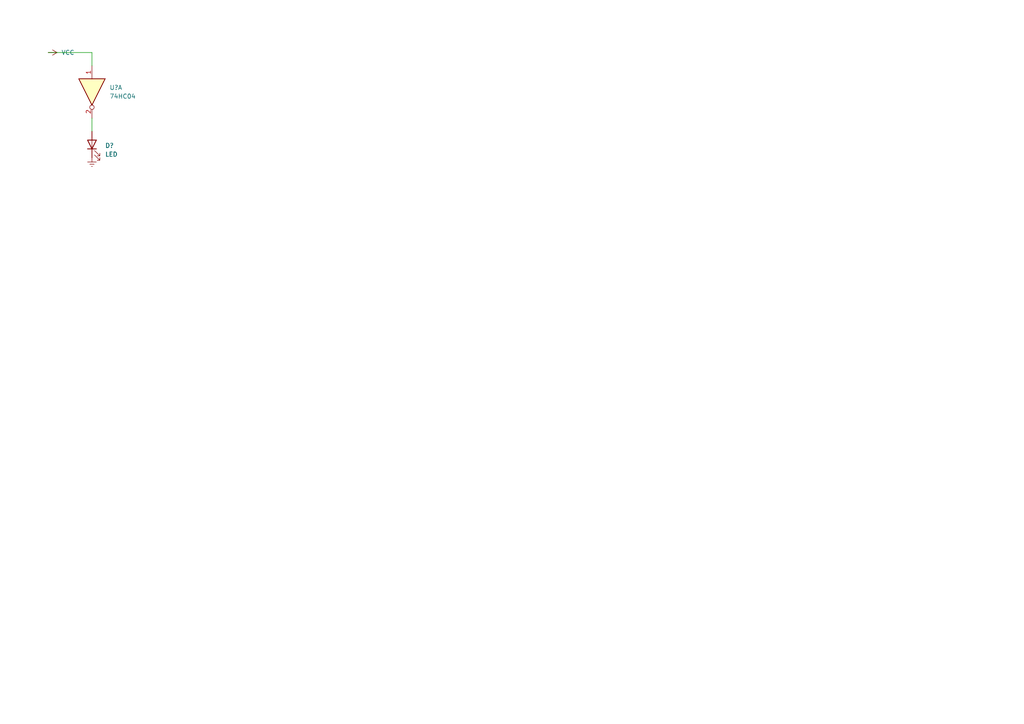
<source format=kicad_sch>
(kicad_sch (version 20211123) (generator eeschema)
  (paper "A4")
  (lib_symbols
    (symbol "74xx:74HC04"
      (property "Reference" "U" (at 0 1.27 0))
      (property "Value" "74HC04" (at 0 -1.27 0))
      (symbol "74HC04_1_0"
        (polyline (pts (xy -3.81 3.81) (xy -3.81 -3.81) (xy 3.81 0) (xy -3.81 3.81)) (stroke (width 0.254)) (fill (type background)))
        (pin input line (at -7.62 0 0) (length 3.81) (name "~") (number "1"))
        (pin output inverted (at 7.62 0 180) (length 3.81) (name "~") (number "2"))
      )
      (symbol "74HC04_2_0"
        (polyline (pts (xy -3.81 3.81) (xy -3.81 -3.81) (xy 3.81 0) (xy -3.81 3.81)) (stroke (width 0.254)) (fill (type background)))
        (pin input line (at -7.62 0 0) (length 3.81) (name "~") (number "3"))
        (pin output inverted (at 7.62 0 180) (length 3.81) (name "~") (number "4"))
      )
      (symbol "74HC04_3_0"
        (polyline (pts (xy -3.81 3.81) (xy -3.81 -3.81) (xy 3.81 0) (xy -3.81 3.81)) (stroke (width 0.254)) (fill (type background)))
        (pin input line (at -7.62 0 0) (length 3.81) (name "~") (number "5"))
        (pin output inverted (at 7.62 0 180) (length 3.81) (name "~") (number "6"))
      )
      (symbol "74HC04_4_0"
        (polyline (pts (xy -3.81 3.81) (xy -3.81 -3.81) (xy 3.81 0) (xy -3.81 3.81)) (stroke (width 0.254)) (fill (type background)))
        (pin output inverted (at 7.62 0 180) (length 3.81) (name "~") (number "8"))
        (pin input line (at -7.62 0 0) (length 3.81) (name "~") (number "9"))
      )
      (symbol "74HC04_5_0"
        (polyline (pts (xy -3.81 3.81) (xy -3.81 -3.81) (xy 3.81 0) (xy -3.81 3.81)) (stroke (width 0.254)) (fill (type background)))
        (pin output inverted (at 7.62 0 180) (length 3.81) (name "~") (number "10"))
        (pin input line (at -7.62 0 0) (length 3.81) (name "~") (number "11"))
      )
      (symbol "74HC04_6_0"
        (polyline (pts (xy -3.81 3.81) (xy -3.81 -3.81) (xy 3.81 0) (xy -3.81 3.81)) (stroke (width 0.254)) (fill (type background)))
        (pin output inverted (at 7.62 0 180) (length 3.81) (name "~") (number "12"))
        (pin input line (at -7.62 0 0) (length 3.81) (name "~") (number "13"))
      )
      (symbol "74HC04_7_0"
        (pin power_in line (at 0 12.7 270) (length 5.08) (name "VCC") (number "14"))
        (pin power_in line (at 0 -12.7 90) (length 5.08) (name "GND") (number "7"))
      )
      (symbol "74HC04_7_1"
        (rectangle (start -5.08 7.62) (end 5.08 -7.62) (stroke (width 0.254)) (fill (type background)))
      )
    )
    (symbol "Device:LED" (pin_numbers hide) (pin_names (offset 1.016) hide)
      (property "Reference" "D" (at 0 2.54 0))
      (property "Value" "LED" (at 0 -2.54 0))
      (symbol "LED_0_1"
        (polyline (pts (xy -1.27 -1.27) (xy -1.27 1.27)) (stroke (width 0.254)))
        (polyline (pts (xy -1.27 0) (xy 1.27 0)))
        (polyline (pts (xy 1.27 -1.27) (xy 1.27 1.27) (xy -1.27 0) (xy 1.27 -1.27)) (stroke (width 0.254)))
        (polyline (pts (xy -3.048 -0.762) (xy -4.572 -2.286) (xy -3.81 -2.286) (xy -4.572 -2.286) (xy -4.572 -1.524)))
        (polyline (pts (xy -1.778 -0.762) (xy -3.302 -2.286) (xy -2.54 -2.286) (xy -3.302 -2.286) (xy -3.302 -1.524)))
      )
      (symbol "LED_1_1"
        (pin passive line (at -3.81 0 0) (length 2.54) (name "K") (number "1"))
        (pin passive line (at 3.81 0 180) (length 2.54) (name "A") (number "2"))
      )
    )
    (symbol "power:Earth" (power) (pin_names (offset 0))
      (symbol "Earth_0_1"
        (polyline (pts (xy -0.635 -1.905) (xy 0.635 -1.905)))
        (polyline (pts (xy -0.127 -2.54) (xy 0.127 -2.54)))
        (polyline (pts (xy 0 -1.27) (xy 0 0)))
        (polyline (pts (xy 1.27 -1.27) (xy -1.27 -1.27)))
      )
      (symbol "Earth_1_1"
        (pin power_in line (at 0 0 270) (length 0) hide (name "Earth") (number "1"))
      )
    )
    (symbol "power:VCC" (power) (pin_names (offset 0))
      (property "Value" "VCC" (at 0 3.81 0))
      (symbol "VCC_0_1"
        (polyline (pts (xy -0.762 1.27) (xy 0 2.54)))
        (polyline (pts (xy 0 0) (xy 0 2.54)))
        (polyline (pts (xy 0 2.54) (xy 0.762 1.27)))
      )
      (symbol "VCC_1_1"
        (pin power_in line (at 0 0 90) (length 0) hide (name "VCC") (number "1"))
      )
    )
  )
  (wire (pts (xy 13.97 15.24) (xy 26.67 15.24)))
  (wire (pts (xy 26.67 34.29) (xy 26.67 38.1)))
  (wire (pts (xy 26.67 15.24) (xy 26.67 19.05)))
  (symbol (lib_id "power:VCC") (at 13.97 15.24 270) (unit 1)
    (property "Reference" "#PWR?" (effects hide))
    (property "Value" "VCC" (at 17.78 15.2399 90) (effects (justify left)))
  )
  (symbol (lib_id "74xx:74HC04") (at 26.67 26.67 270) (unit 1)
    (property "Reference" "U?" (at 31.75 25.3999 90) (effects (justify left)))
    (property "Value" "74HC04" (at 31.75 27.9399 90) (effects (justify left)))
    (property "Datasheet" "https://assets.nexperia.com/documents/data-sheet/74HC_HCT04.pdf" (effects hide))
  )
  (symbol (lib_id "Device:LED") (at 26.67 41.91 90) (unit 1)
    (property "Reference" "D?" (at 30.48 42.2274 90) (effects (justify right)))
    (property "Value" "LED" (at 30.48 44.7674 90) (effects (justify right)))
  )
  (symbol (lib_id "power:Earth") (at 26.67 45.72 0) (unit 1)
    (property "Reference" "#PWR?" (effects hide))
    (property "Value" "Earth" (effects hide))
  )
)
</source>
